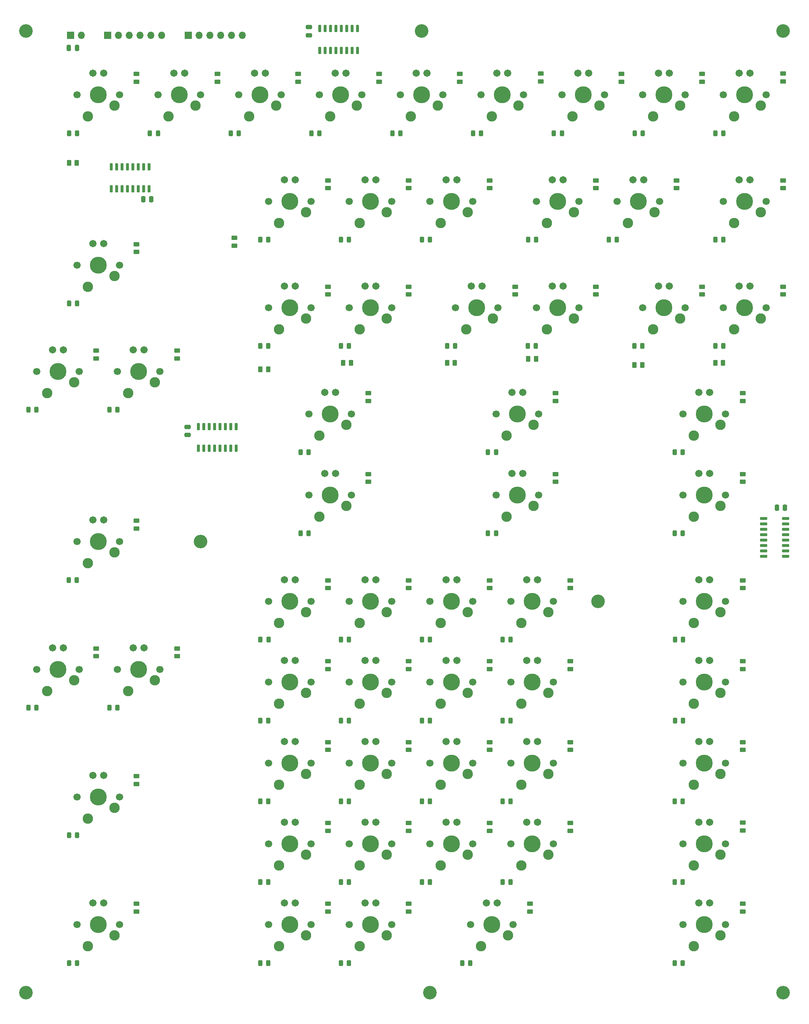
<source format=gts>
G04 #@! TF.GenerationSoftware,KiCad,Pcbnew,8.0.4*
G04 #@! TF.CreationDate,2024-09-21T20:50:24+02:00*
G04 #@! TF.ProjectId,Keyboard,4b657962-6f61-4726-942e-6b696361645f,rev?*
G04 #@! TF.SameCoordinates,Original*
G04 #@! TF.FileFunction,Soldermask,Top*
G04 #@! TF.FilePolarity,Negative*
%FSLAX46Y46*%
G04 Gerber Fmt 4.6, Leading zero omitted, Abs format (unit mm)*
G04 Created by KiCad (PCBNEW 8.0.4) date 2024-09-21 20:50:24*
%MOMM*%
%LPD*%
G01*
G04 APERTURE LIST*
G04 Aperture macros list*
%AMRoundRect*
0 Rectangle with rounded corners*
0 $1 Rounding radius*
0 $2 $3 $4 $5 $6 $7 $8 $9 X,Y pos of 4 corners*
0 Add a 4 corners polygon primitive as box body*
4,1,4,$2,$3,$4,$5,$6,$7,$8,$9,$2,$3,0*
0 Add four circle primitives for the rounded corners*
1,1,$1+$1,$2,$3*
1,1,$1+$1,$4,$5*
1,1,$1+$1,$6,$7*
1,1,$1+$1,$8,$9*
0 Add four rect primitives between the rounded corners*
20,1,$1+$1,$2,$3,$4,$5,0*
20,1,$1+$1,$4,$5,$6,$7,0*
20,1,$1+$1,$6,$7,$8,$9,0*
20,1,$1+$1,$8,$9,$2,$3,0*%
G04 Aperture macros list end*
%ADD10RoundRect,0.250000X-0.450000X0.262500X-0.450000X-0.262500X0.450000X-0.262500X0.450000X0.262500X0*%
%ADD11RoundRect,0.150000X-0.150000X0.725000X-0.150000X-0.725000X0.150000X-0.725000X0.150000X0.725000X0*%
%ADD12RoundRect,0.150000X0.150000X-0.725000X0.150000X0.725000X-0.150000X0.725000X-0.150000X-0.725000X0*%
%ADD13RoundRect,0.150000X-0.725000X-0.150000X0.725000X-0.150000X0.725000X0.150000X-0.725000X0.150000X0*%
%ADD14C,1.700000*%
%ADD15C,3.987800*%
%ADD16C,2.454000*%
%ADD17C,1.712000*%
%ADD18RoundRect,0.250000X0.262500X0.450000X-0.262500X0.450000X-0.262500X-0.450000X0.262500X-0.450000X0*%
%ADD19RoundRect,0.250000X0.450000X-0.262500X0.450000X0.262500X-0.450000X0.262500X-0.450000X-0.262500X0*%
%ADD20R,1.700000X1.700000*%
%ADD21O,1.700000X1.700000*%
%ADD22C,3.200000*%
%ADD23RoundRect,0.243750X-0.243750X-0.456250X0.243750X-0.456250X0.243750X0.456250X-0.243750X0.456250X0*%
%ADD24RoundRect,0.250000X-0.250000X-0.475000X0.250000X-0.475000X0.250000X0.475000X-0.250000X0.475000X0*%
%ADD25RoundRect,0.250000X0.250000X0.475000X-0.250000X0.475000X-0.250000X-0.475000X0.250000X-0.475000X0*%
%ADD26RoundRect,0.250000X-0.475000X0.250000X-0.475000X-0.250000X0.475000X-0.250000X0.475000X0.250000X0*%
G04 APERTURE END LIST*
D10*
X95000000Y22912500D03*
X95000000Y21087500D03*
X76000000Y22912500D03*
X76000000Y21087500D03*
X173500000Y40175000D03*
X173500000Y42000000D03*
X40500000Y82912500D03*
X40500000Y81087500D03*
D11*
X33945000Y196075000D03*
X32675000Y196075000D03*
X31405000Y196075000D03*
X30135000Y196075000D03*
X28865000Y196075000D03*
X27595000Y196075000D03*
X26325000Y196075000D03*
X25055000Y196075000D03*
X25055000Y190925000D03*
X26325000Y190925000D03*
X27595000Y190925000D03*
X28865000Y190925000D03*
X30135000Y190925000D03*
X31405000Y190925000D03*
X32675000Y190925000D03*
X33945000Y190925000D03*
D12*
X45555000Y129925000D03*
X46825000Y129925000D03*
X48095000Y129925000D03*
X49365000Y129925000D03*
X50635000Y129925000D03*
X51905000Y129925000D03*
X53175000Y129925000D03*
X54445000Y129925000D03*
X54445000Y135075000D03*
X53175000Y135075000D03*
X51905000Y135075000D03*
X50635000Y135075000D03*
X49365000Y135075000D03*
X48095000Y135075000D03*
X46825000Y135075000D03*
X45555000Y135075000D03*
D13*
X178425000Y113445000D03*
X178425000Y112175000D03*
X178425000Y110905000D03*
X178425000Y109635000D03*
X178425000Y108365000D03*
X178425000Y107095000D03*
X178425000Y105825000D03*
X178425000Y104555000D03*
X183575000Y104555000D03*
X183575000Y105825000D03*
X183575000Y107095000D03*
X183575000Y108365000D03*
X183575000Y109635000D03*
X183575000Y110905000D03*
X183575000Y112175000D03*
X183575000Y113445000D03*
D12*
X74055000Y223425000D03*
X75325000Y223425000D03*
X76595000Y223425000D03*
X77865000Y223425000D03*
X79135000Y223425000D03*
X80405000Y223425000D03*
X81675000Y223425000D03*
X82945000Y223425000D03*
X82945000Y228575000D03*
X81675000Y228575000D03*
X80405000Y228575000D03*
X79135000Y228575000D03*
X77865000Y228575000D03*
X76595000Y228575000D03*
X75325000Y228575000D03*
X74055000Y228575000D03*
D14*
X169500000Y18000000D03*
D15*
X164500000Y18000000D03*
D14*
X159500000Y18000000D03*
D16*
X161990000Y12920000D03*
X168310000Y15460000D03*
D17*
X163230000Y23080000D03*
X165770000Y23080000D03*
D14*
X119500000Y18000000D03*
D15*
X114500000Y18000000D03*
D14*
X109500000Y18000000D03*
D16*
X111990000Y12920000D03*
X118310000Y15460000D03*
D17*
X113230000Y23080000D03*
X115770000Y23080000D03*
D14*
X129000000Y37000000D03*
D15*
X124000000Y37000000D03*
D14*
X119000000Y37000000D03*
D16*
X121490000Y31920000D03*
X127810000Y34460000D03*
D17*
X122730000Y42080000D03*
X125270000Y42080000D03*
D14*
X110000000Y37000000D03*
D15*
X105000000Y37000000D03*
D14*
X100000000Y37000000D03*
D16*
X102490000Y31920000D03*
X108810000Y34460000D03*
D17*
X103730000Y42080000D03*
X106270000Y42080000D03*
D14*
X91000000Y37000000D03*
D15*
X86000000Y37000000D03*
D14*
X81000000Y37000000D03*
D16*
X83490000Y31920000D03*
X89810000Y34460000D03*
D17*
X84730000Y42080000D03*
X87270000Y42080000D03*
X68270000Y42080000D03*
X65730000Y42080000D03*
D16*
X70810000Y34460000D03*
X64490000Y31920000D03*
D14*
X62000000Y37000000D03*
D15*
X67000000Y37000000D03*
D14*
X72000000Y37000000D03*
X91000000Y18000000D03*
D15*
X86000000Y18000000D03*
D14*
X81000000Y18000000D03*
D16*
X83490000Y12920000D03*
X89810000Y15460000D03*
D17*
X84730000Y23080000D03*
X87270000Y23080000D03*
D14*
X72000000Y18000000D03*
D15*
X67000000Y18000000D03*
D14*
X62000000Y18000000D03*
D16*
X64490000Y12920000D03*
X70810000Y15460000D03*
D17*
X65730000Y23080000D03*
X68270000Y23080000D03*
D14*
X169500000Y37000000D03*
D15*
X164500000Y37000000D03*
D14*
X159500000Y37000000D03*
D16*
X161990000Y31920000D03*
X168310000Y34460000D03*
D17*
X163230000Y42080000D03*
X165770000Y42080000D03*
D14*
X169500000Y56000000D03*
D15*
X164500000Y56000000D03*
D14*
X159500000Y56000000D03*
D16*
X161990000Y50920000D03*
X168310000Y53460000D03*
D17*
X163230000Y61080000D03*
X165770000Y61080000D03*
D14*
X129000000Y56000000D03*
D15*
X124000000Y56000000D03*
D14*
X119000000Y56000000D03*
D16*
X121490000Y50920000D03*
X127810000Y53460000D03*
D17*
X122730000Y61080000D03*
X125270000Y61080000D03*
D14*
X110000000Y56000000D03*
D15*
X105000000Y56000000D03*
D14*
X100000000Y56000000D03*
D16*
X102490000Y50920000D03*
X108810000Y53460000D03*
D17*
X103730000Y61080000D03*
X106270000Y61080000D03*
D14*
X91000000Y56000000D03*
D15*
X86000000Y56000000D03*
D14*
X81000000Y56000000D03*
D16*
X83490000Y50920000D03*
X89810000Y53460000D03*
D17*
X84730000Y61080000D03*
X87270000Y61080000D03*
D14*
X72000000Y56000000D03*
D15*
X67000000Y56000000D03*
D14*
X62000000Y56000000D03*
D16*
X64490000Y50920000D03*
X70810000Y53460000D03*
D17*
X65730000Y61080000D03*
X68270000Y61080000D03*
D14*
X169500000Y75000000D03*
D15*
X164500000Y75000000D03*
D14*
X159500000Y75000000D03*
D16*
X161990000Y69920000D03*
X168310000Y72460000D03*
D17*
X163230000Y80080000D03*
X165770000Y80080000D03*
D14*
X129000000Y75000000D03*
D15*
X124000000Y75000000D03*
D14*
X119000000Y75000000D03*
D16*
X121490000Y69920000D03*
X127810000Y72460000D03*
D17*
X122730000Y80080000D03*
X125270000Y80080000D03*
D14*
X110000000Y75000000D03*
D15*
X105000000Y75000000D03*
D14*
X100000000Y75000000D03*
D16*
X102490000Y69920000D03*
X108810000Y72460000D03*
D17*
X103730000Y80080000D03*
X106270000Y80080000D03*
D14*
X91000000Y75000000D03*
D15*
X86000000Y75000000D03*
D14*
X81000000Y75000000D03*
D16*
X83490000Y69920000D03*
X89810000Y72460000D03*
D17*
X84730000Y80080000D03*
X87270000Y80080000D03*
D14*
X72000000Y75000000D03*
D15*
X67000000Y75000000D03*
D14*
X62000000Y75000000D03*
D16*
X64490000Y69920000D03*
X70810000Y72460000D03*
D17*
X65730000Y80080000D03*
X68270000Y80080000D03*
D14*
X27000000Y18000000D03*
D15*
X22000000Y18000000D03*
D14*
X17000000Y18000000D03*
D16*
X19490000Y12920000D03*
X25810000Y15460000D03*
D17*
X20730000Y23080000D03*
X23270000Y23080000D03*
D14*
X27000000Y48000000D03*
D15*
X22000000Y48000000D03*
D14*
X17000000Y48000000D03*
D16*
X19490000Y42920000D03*
X25810000Y45460000D03*
D17*
X20730000Y53080000D03*
X23270000Y53080000D03*
D14*
X169500000Y94000000D03*
D15*
X164500000Y94000000D03*
D14*
X159500000Y94000000D03*
D16*
X161990000Y88920000D03*
X168310000Y91460000D03*
D17*
X163230000Y99080000D03*
X165770000Y99080000D03*
D14*
X129000000Y94000000D03*
D15*
X124000000Y94000000D03*
D14*
X119000000Y94000000D03*
D16*
X121490000Y88920000D03*
X127810000Y91460000D03*
D17*
X122730000Y99080000D03*
X125270000Y99080000D03*
D14*
X110000000Y94000000D03*
D15*
X105000000Y94000000D03*
D14*
X100000000Y94000000D03*
D16*
X102490000Y88920000D03*
X108810000Y91460000D03*
D17*
X103730000Y99080000D03*
X106270000Y99080000D03*
D14*
X91000000Y94000000D03*
D15*
X86000000Y94000000D03*
D14*
X81000000Y94000000D03*
D16*
X83490000Y88920000D03*
X89810000Y91460000D03*
D17*
X84730000Y99080000D03*
X87270000Y99080000D03*
D14*
X72000000Y94000000D03*
D15*
X67000000Y94000000D03*
D14*
X62000000Y94000000D03*
D16*
X64490000Y88920000D03*
X70810000Y91460000D03*
D17*
X65730000Y99080000D03*
X68270000Y99080000D03*
D14*
X36500000Y78000000D03*
D15*
X31500000Y78000000D03*
D14*
X26500000Y78000000D03*
D16*
X28990000Y72920000D03*
X35310000Y75460000D03*
D17*
X30230000Y83080000D03*
X32770000Y83080000D03*
D14*
X17500000Y78000000D03*
D15*
X12500000Y78000000D03*
D14*
X7500000Y78000000D03*
D16*
X9990000Y72920000D03*
X16310000Y75460000D03*
D17*
X11230000Y83080000D03*
X13770000Y83080000D03*
D14*
X169500000Y119000000D03*
D15*
X164500000Y119000000D03*
D14*
X159500000Y119000000D03*
D16*
X161990000Y113920000D03*
X168310000Y116460000D03*
D17*
X163230000Y124080000D03*
X165770000Y124080000D03*
D14*
X169500000Y138000000D03*
D15*
X164500000Y138000000D03*
D14*
X159500000Y138000000D03*
D16*
X161990000Y132920000D03*
X168310000Y135460000D03*
D17*
X163230000Y143080000D03*
X165770000Y143080000D03*
D14*
X125500000Y119000000D03*
D15*
X120500000Y119000000D03*
D14*
X115500000Y119000000D03*
D16*
X117990000Y113920000D03*
X124310000Y116460000D03*
D17*
X119230000Y124080000D03*
X121770000Y124080000D03*
D14*
X125500000Y138000000D03*
D15*
X120500000Y138000000D03*
D14*
X115500000Y138000000D03*
D16*
X117990000Y132920000D03*
X124310000Y135460000D03*
D17*
X119230000Y143080000D03*
X121770000Y143080000D03*
D14*
X81500000Y119000000D03*
D15*
X76500000Y119000000D03*
D14*
X71500000Y119000000D03*
D16*
X73990000Y113920000D03*
X80310000Y116460000D03*
D17*
X75230000Y124080000D03*
X77770000Y124080000D03*
D14*
X81500000Y138000000D03*
D15*
X76500000Y138000000D03*
D14*
X71500000Y138000000D03*
D16*
X73990000Y132920000D03*
X80310000Y135460000D03*
D17*
X75230000Y143080000D03*
X77770000Y143080000D03*
D14*
X27000000Y108000000D03*
D15*
X22000000Y108000000D03*
D14*
X17000000Y108000000D03*
D16*
X19490000Y102920000D03*
X25810000Y105460000D03*
D17*
X20730000Y113080000D03*
X23270000Y113080000D03*
D14*
X179000000Y163000000D03*
D15*
X174000000Y163000000D03*
D14*
X169000000Y163000000D03*
D16*
X171490000Y157920000D03*
X177810000Y160460000D03*
D17*
X172730000Y168080000D03*
X175270000Y168080000D03*
D14*
X160000000Y163000000D03*
D15*
X155000000Y163000000D03*
D14*
X150000000Y163000000D03*
D16*
X152490000Y157920000D03*
X158810000Y160460000D03*
D17*
X153730000Y168080000D03*
X156270000Y168080000D03*
D14*
X135000000Y163000000D03*
D15*
X130000000Y163000000D03*
D14*
X125000000Y163000000D03*
D16*
X127490000Y157920000D03*
X133810000Y160460000D03*
D17*
X128730000Y168080000D03*
X131270000Y168080000D03*
D14*
X116000000Y163000000D03*
D15*
X111000000Y163000000D03*
D14*
X106000000Y163000000D03*
D16*
X108490000Y157920000D03*
X114810000Y160460000D03*
D17*
X109730000Y168080000D03*
X112270000Y168080000D03*
D14*
X91000000Y163000000D03*
D15*
X86000000Y163000000D03*
D14*
X81000000Y163000000D03*
D16*
X83490000Y157920000D03*
X89810000Y160460000D03*
D17*
X84730000Y168080000D03*
X87270000Y168080000D03*
D14*
X72000000Y163000000D03*
D15*
X67000000Y163000000D03*
D14*
X62000000Y163000000D03*
D16*
X64490000Y157920000D03*
X70810000Y160460000D03*
D17*
X65730000Y168080000D03*
X68270000Y168080000D03*
X32770000Y153080000D03*
X30230000Y153080000D03*
D16*
X35310000Y145460000D03*
X28990000Y142920000D03*
D14*
X26500000Y148000000D03*
D15*
X31500000Y148000000D03*
D14*
X36500000Y148000000D03*
X17500000Y148000000D03*
D15*
X12500000Y148000000D03*
D14*
X7500000Y148000000D03*
D16*
X9990000Y142920000D03*
X16310000Y145460000D03*
D17*
X11230000Y153080000D03*
X13770000Y153080000D03*
D14*
X179000000Y213000000D03*
D15*
X174000000Y213000000D03*
D14*
X169000000Y213000000D03*
D16*
X171490000Y207920000D03*
X177810000Y210460000D03*
D17*
X172730000Y218080000D03*
X175270000Y218080000D03*
D14*
X179000000Y188000000D03*
D15*
X174000000Y188000000D03*
D14*
X169000000Y188000000D03*
D16*
X171490000Y182920000D03*
X177810000Y185460000D03*
D17*
X172730000Y193080000D03*
X175270000Y193080000D03*
D14*
X135000000Y188000000D03*
D15*
X130000000Y188000000D03*
D14*
X125000000Y188000000D03*
D16*
X127490000Y182920000D03*
X133810000Y185460000D03*
D17*
X128730000Y193080000D03*
X131270000Y193080000D03*
D14*
X110000000Y188000000D03*
D15*
X105000000Y188000000D03*
D14*
X100000000Y188000000D03*
D16*
X102490000Y182920000D03*
X108810000Y185460000D03*
D17*
X103730000Y193080000D03*
X106270000Y193080000D03*
D14*
X91000000Y188000000D03*
D15*
X86000000Y188000000D03*
D14*
X81000000Y188000000D03*
D16*
X83490000Y182920000D03*
X89810000Y185460000D03*
D17*
X84730000Y193080000D03*
X87270000Y193080000D03*
D14*
X72000000Y188000000D03*
D15*
X67000000Y188000000D03*
D14*
X62000000Y188000000D03*
D16*
X64490000Y182920000D03*
X70810000Y185460000D03*
D17*
X65730000Y193080000D03*
X68270000Y193080000D03*
D14*
X27000000Y173000000D03*
D15*
X22000000Y173000000D03*
D14*
X17000000Y173000000D03*
D16*
X19490000Y167920000D03*
X25810000Y170460000D03*
D17*
X20730000Y178080000D03*
X23270000Y178080000D03*
D14*
X160000000Y213000000D03*
D15*
X155000000Y213000000D03*
D14*
X150000000Y213000000D03*
D16*
X152490000Y207920000D03*
X158810000Y210460000D03*
D17*
X153730000Y218080000D03*
X156270000Y218080000D03*
D14*
X141000000Y213000000D03*
D15*
X136000000Y213000000D03*
D14*
X131000000Y213000000D03*
D16*
X133490000Y207920000D03*
X139810000Y210460000D03*
D17*
X134730000Y218080000D03*
X137270000Y218080000D03*
D14*
X122000000Y213000000D03*
D15*
X117000000Y213000000D03*
D14*
X112000000Y213000000D03*
D16*
X114490000Y207920000D03*
X120810000Y210460000D03*
D17*
X115730000Y218080000D03*
X118270000Y218080000D03*
D14*
X103000000Y213000000D03*
D15*
X98000000Y213000000D03*
D14*
X93000000Y213000000D03*
D16*
X95490000Y207920000D03*
X101810000Y210460000D03*
D17*
X96730000Y218080000D03*
X99270000Y218080000D03*
D14*
X84000000Y213000000D03*
D15*
X79000000Y213000000D03*
D14*
X74000000Y213000000D03*
D16*
X76490000Y207920000D03*
X82810000Y210460000D03*
D17*
X77730000Y218080000D03*
X80270000Y218080000D03*
D14*
X65000000Y213000000D03*
D15*
X60000000Y213000000D03*
D14*
X55000000Y213000000D03*
D16*
X57490000Y207920000D03*
X63810000Y210460000D03*
D17*
X58730000Y218080000D03*
X61270000Y218080000D03*
D14*
X46000000Y213000000D03*
D15*
X41000000Y213000000D03*
D14*
X36000000Y213000000D03*
D16*
X38490000Y207920000D03*
X44810000Y210460000D03*
D17*
X39730000Y218080000D03*
X42270000Y218080000D03*
D14*
X27000000Y213000000D03*
D15*
X22000000Y213000000D03*
D14*
X17000000Y213000000D03*
D16*
X19490000Y207920000D03*
X25810000Y210460000D03*
D17*
X20730000Y218080000D03*
X23270000Y218080000D03*
D18*
X16912500Y197000000D03*
X15087500Y197000000D03*
D19*
X54000000Y177587500D03*
X54000000Y179412500D03*
D18*
X61912500Y148500000D03*
X60087500Y148500000D03*
X81412500Y150000000D03*
X79587500Y150000000D03*
X105825000Y150000000D03*
X104000000Y150000000D03*
X124912500Y151000000D03*
X123087500Y151000000D03*
X149912500Y149500000D03*
X148087500Y149500000D03*
X168912500Y150000000D03*
X167087500Y150000000D03*
D10*
X173500000Y22912500D03*
X173500000Y21087500D03*
X123500000Y22912500D03*
X123500000Y21087500D03*
X133000000Y41912500D03*
X133000000Y40087500D03*
X114000000Y41912500D03*
X114000000Y40087500D03*
X95000000Y41912500D03*
X95000000Y40087500D03*
X76000000Y41912500D03*
X76000000Y40087500D03*
X173500000Y60912500D03*
X173500000Y59087500D03*
X133000000Y60912500D03*
X133000000Y59087500D03*
X114000000Y60912500D03*
X114000000Y59087500D03*
X95000000Y60912500D03*
X95000000Y59087500D03*
X76000000Y60912500D03*
X76000000Y59087500D03*
X173500000Y79912500D03*
X173500000Y78087500D03*
X133000000Y79912500D03*
X133000000Y78087500D03*
X114000000Y79912500D03*
X114000000Y78087500D03*
X95000000Y79912500D03*
X95000000Y78087500D03*
X76000000Y79912500D03*
X76000000Y78087500D03*
X31000000Y22912500D03*
X31000000Y21087500D03*
X31000000Y52912500D03*
X31000000Y51087500D03*
X173500000Y98912500D03*
X173500000Y97087500D03*
X133000000Y98912500D03*
X133000000Y97087500D03*
X114000000Y98912500D03*
X114000000Y97087500D03*
X95000000Y98912500D03*
X95000000Y97087500D03*
X76000000Y98912500D03*
X76000000Y97087500D03*
X21500000Y82912500D03*
X21500000Y81087500D03*
X173500000Y123912500D03*
X173500000Y122087500D03*
X173500000Y142912500D03*
X173500000Y141087500D03*
X129500000Y123912500D03*
X129500000Y122087500D03*
X129500000Y142912500D03*
X129500000Y141087500D03*
X85500000Y123912500D03*
X85500000Y122087500D03*
X85500000Y142912500D03*
X85500000Y141087500D03*
X31000000Y112912500D03*
X31000000Y111087500D03*
X183000000Y167912500D03*
X183000000Y166087500D03*
X164000000Y167912500D03*
X164000000Y166087500D03*
X139000000Y167912500D03*
X139000000Y166087500D03*
X120000000Y167912500D03*
X120000000Y166087500D03*
X95000000Y167912500D03*
X95000000Y166087500D03*
X76000000Y167912500D03*
X76000000Y166087500D03*
X40500000Y152912500D03*
X40500000Y151087500D03*
X21500000Y152912500D03*
X21500000Y151087500D03*
X183000000Y218000000D03*
X183000000Y216175000D03*
X183000000Y192912500D03*
X183000000Y191087500D03*
X158000000Y192912500D03*
X158000000Y191087500D03*
X139000000Y192912500D03*
X139000000Y191087500D03*
X114000000Y192912500D03*
X114000000Y191087500D03*
X95000000Y192912500D03*
X95000000Y191087500D03*
X76000000Y192912500D03*
X76000000Y191087500D03*
X31000000Y177912500D03*
X31000000Y176087500D03*
X164000000Y217912500D03*
X164000000Y216087500D03*
X145000000Y217912500D03*
X145000000Y216087500D03*
X126000000Y218000000D03*
X126000000Y216175000D03*
X107000000Y217912500D03*
X107000000Y216087500D03*
X88000000Y217912500D03*
X88000000Y216087500D03*
X69000000Y217912500D03*
X69000000Y216087500D03*
X50000000Y217912500D03*
X50000000Y216087500D03*
X31000000Y217912500D03*
X31000000Y216087500D03*
D20*
X15460000Y227000000D03*
D21*
X18000000Y227000000D03*
D20*
X43150000Y227000000D03*
D21*
X45690000Y227000000D03*
X48230000Y227000000D03*
X50770000Y227000000D03*
X53310000Y227000000D03*
X55850000Y227000000D03*
D20*
X24150000Y227000000D03*
D21*
X26690000Y227000000D03*
X29230000Y227000000D03*
X31770000Y227000000D03*
X34310000Y227000000D03*
X36850000Y227000000D03*
D22*
X183000000Y2000000D03*
X100000000Y2000000D03*
X5000000Y2000000D03*
X139500000Y94000000D03*
X46000000Y108000000D03*
X183000000Y228000000D03*
X98000000Y228000000D03*
X5000000Y228000000D03*
D23*
X157562500Y9000000D03*
X159437500Y9000000D03*
X107562500Y9000000D03*
X109437500Y9000000D03*
X117062500Y28000000D03*
X118937500Y28000000D03*
X98062500Y28000000D03*
X99937500Y28000000D03*
X79062500Y28000000D03*
X80937500Y28000000D03*
X60062500Y28000000D03*
X61937500Y28000000D03*
X79062500Y9000000D03*
X80937500Y9000000D03*
X60062500Y9000000D03*
X61937500Y9000000D03*
X157562500Y28000000D03*
X159437500Y28000000D03*
X157562500Y47000000D03*
X159437500Y47000000D03*
X117062500Y47000000D03*
X118937500Y47000000D03*
X98062500Y47000000D03*
X99937500Y47000000D03*
X79062500Y47000000D03*
X80937500Y47000000D03*
X60062500Y47000000D03*
X61937500Y47000000D03*
X157625000Y66000000D03*
X159500000Y66000000D03*
X117062500Y66000000D03*
X118937500Y66000000D03*
X98062500Y66000000D03*
X99937500Y66000000D03*
X79062500Y66000000D03*
X80937500Y66000000D03*
X60062500Y66000000D03*
X61937500Y66000000D03*
X17000000Y9000000D03*
X15125000Y9000000D03*
X17000000Y39000000D03*
X15125000Y39000000D03*
X157625000Y85000000D03*
X159500000Y85000000D03*
X117062500Y85000000D03*
X118937500Y85000000D03*
X98062500Y85000000D03*
X99937500Y85000000D03*
X79062500Y85000000D03*
X80937500Y85000000D03*
X60125000Y85000000D03*
X62000000Y85000000D03*
X24625000Y69000000D03*
X26500000Y69000000D03*
X5562500Y69000000D03*
X7437500Y69000000D03*
X157562500Y110000000D03*
X159437500Y110000000D03*
X157562500Y129000000D03*
X159437500Y129000000D03*
X113625000Y110000000D03*
X115500000Y110000000D03*
X113625000Y129000000D03*
X115500000Y129000000D03*
X69562500Y110000000D03*
X71437500Y110000000D03*
X69562500Y129000000D03*
X71437500Y129000000D03*
X15062500Y99000000D03*
X16937500Y99000000D03*
X167062500Y154000000D03*
X168937500Y154000000D03*
X148062500Y154000000D03*
X149937500Y154000000D03*
X123000000Y154000000D03*
X124875000Y154000000D03*
X104000000Y154000000D03*
X105875000Y154000000D03*
X79062500Y154000000D03*
X80937500Y154000000D03*
X60062500Y154000000D03*
X61937500Y154000000D03*
X24625000Y139000000D03*
X26500000Y139000000D03*
X5562500Y139000000D03*
X7437500Y139000000D03*
X167125000Y204000000D03*
X169000000Y204000000D03*
X167062500Y179000000D03*
X168937500Y179000000D03*
X142062500Y179000000D03*
X143937500Y179000000D03*
X123062500Y179000000D03*
X124937500Y179000000D03*
X98062500Y179000000D03*
X99937500Y179000000D03*
X79062500Y179000000D03*
X80937500Y179000000D03*
X60062500Y179000000D03*
X61937500Y179000000D03*
X15125000Y164000000D03*
X17000000Y164000000D03*
X148125000Y204000000D03*
X150000000Y204000000D03*
X129125000Y204000000D03*
X131000000Y204000000D03*
X110125000Y204000000D03*
X112000000Y204000000D03*
X91125000Y204000000D03*
X93000000Y204000000D03*
X72125000Y204000000D03*
X74000000Y204000000D03*
X53125000Y204000000D03*
X55000000Y204000000D03*
X34125000Y204000000D03*
X36000000Y204000000D03*
X15125000Y204000000D03*
X17000000Y204000000D03*
D24*
X15050000Y224000000D03*
X16950000Y224000000D03*
D25*
X34450000Y188500000D03*
X32550000Y188500000D03*
D26*
X43000000Y135000000D03*
X43000000Y133100000D03*
D25*
X183450000Y116000000D03*
X181550000Y116000000D03*
D26*
X71500000Y228900000D03*
X71500000Y227000000D03*
D14*
X154000000Y188000000D03*
D15*
X149000000Y188000000D03*
D14*
X144000000Y188000000D03*
D16*
X146490000Y182920000D03*
X152810000Y185460000D03*
D17*
X147730000Y193080000D03*
X150270000Y193080000D03*
M02*

</source>
